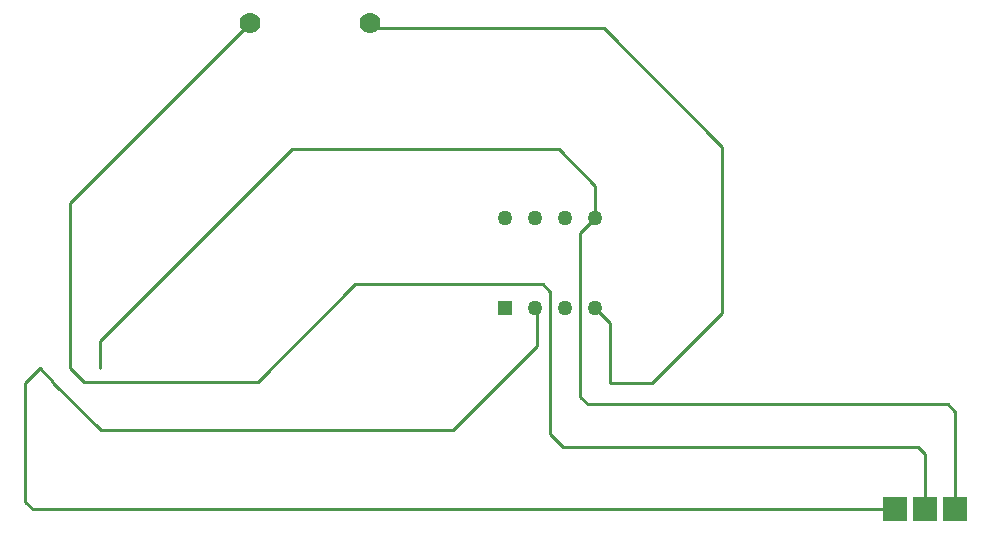
<source format=gbr>
G04 PROTEUS GERBER X2 FILE*
%TF.GenerationSoftware,Labcenter,Proteus,8.8-SP1-Build27031*%
%TF.CreationDate,2025-10-10T10:26:23+00:00*%
%TF.FileFunction,Copper,L2,Bot*%
%TF.FilePolarity,Positive*%
%TF.Part,Single*%
%TF.SameCoordinates,{8094492f-3ff1-471c-8339-2af907f7cf70}*%
%FSLAX45Y45*%
%MOMM*%
G01*
%TA.AperFunction,Conductor*%
%ADD14C,0.254000*%
%TA.AperFunction,ComponentPad*%
%ADD10C,1.778000*%
%TA.AperFunction,ComponentPad*%
%ADD11R,2.032000X2.032000*%
%TA.AperFunction,ComponentPad*%
%ADD12R,1.270000X1.270000*%
%ADD13C,1.270000*%
%TD.AperFunction*%
D14*
X-1397000Y+4622666D02*
X-1354365Y+4580031D01*
X-20569Y+4580031D01*
X+581803Y+4580031D01*
X+1585755Y+3576079D01*
X+1585755Y+2170545D01*
X+1154056Y+1738846D01*
X+989876Y+1574666D01*
X+635000Y+1574666D01*
X+635000Y+2082666D01*
X+508000Y+2209666D01*
X-4191000Y+1701666D02*
X-4318000Y+1574666D01*
X-4318000Y+571500D01*
X-4254500Y+508000D01*
X+3048000Y+508000D01*
X-4191000Y+1701666D02*
X-4077523Y+1588189D01*
X-4077523Y+1581137D01*
X-3673018Y+1176632D01*
X-693216Y+1176632D01*
X+19589Y+1889437D01*
X+19589Y+1919557D01*
X+19589Y+2190077D01*
X+0Y+2209666D01*
X+508000Y+2971666D02*
X+381000Y+2844666D01*
X+381000Y+1460500D01*
X+444500Y+1397000D01*
X+3492500Y+1397000D01*
X+3556000Y+1333500D01*
X+3556000Y+508000D01*
X+508000Y+2971666D02*
X+508000Y+3248301D01*
X+200301Y+3556000D01*
X-2058591Y+3556000D01*
X-2219224Y+3395367D01*
X-3683000Y+1931591D01*
X-3683000Y+1701666D01*
X-3937000Y+1701666D02*
X-3822834Y+1587500D01*
X-2349500Y+1587500D01*
X-1524000Y+2413000D01*
X+63500Y+2413000D01*
X+127000Y+2349500D01*
X+127000Y+1143000D01*
X+233808Y+1036192D01*
X+3238500Y+1036192D01*
X+3302000Y+972692D01*
X+3302000Y+508000D01*
X-3937000Y+1701666D02*
X-3937000Y+3098666D01*
X-2413000Y+4622666D01*
D10*
X-2413000Y+4622666D03*
X-1397000Y+4622666D03*
D11*
X+3048000Y+508000D03*
X+3302000Y+508000D03*
X+3556000Y+508000D03*
D12*
X-254000Y+2209666D03*
D13*
X+0Y+2209666D03*
X+254000Y+2209666D03*
X+508000Y+2209666D03*
X+508000Y+2971666D03*
X+254000Y+2971666D03*
X+0Y+2971666D03*
X-254000Y+2971666D03*
M02*

</source>
